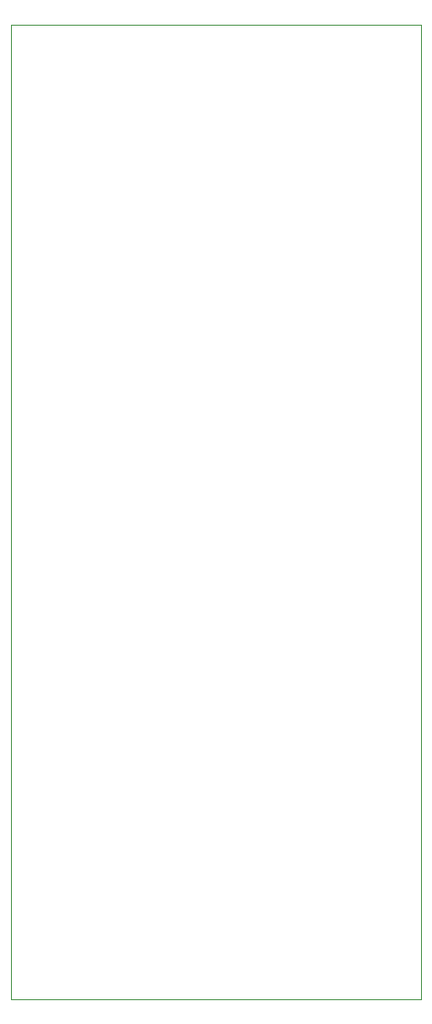
<source format=gko>
G04 #@! TF.GenerationSoftware,KiCad,Pcbnew,5.1.12-84ad8e8a86~92~ubuntu18.04.1*
G04 #@! TF.CreationDate,2023-10-05T13:55:54+02:00*
G04 #@! TF.ProjectId,acoustic-impact-ball,61636f75-7374-4696-932d-696d70616374,rev?*
G04 #@! TF.SameCoordinates,Original*
G04 #@! TF.FileFunction,Profile,NP*
%FSLAX46Y46*%
G04 Gerber Fmt 4.6, Leading zero omitted, Abs format (unit mm)*
G04 Created by KiCad (PCBNEW 5.1.12-84ad8e8a86~92~ubuntu18.04.1) date 2023-10-05 13:55:54*
%MOMM*%
%LPD*%
G01*
G04 APERTURE LIST*
G04 #@! TA.AperFunction,Profile*
%ADD10C,0.050000*%
G04 #@! TD*
G04 APERTURE END LIST*
D10*
X0Y-90000000D02*
X0Y0D01*
X38000000Y-90000000D02*
X0Y-90000000D01*
X38000000Y0D02*
X38000000Y-90000000D01*
X0Y0D02*
X38000000Y0D01*
M02*

</source>
